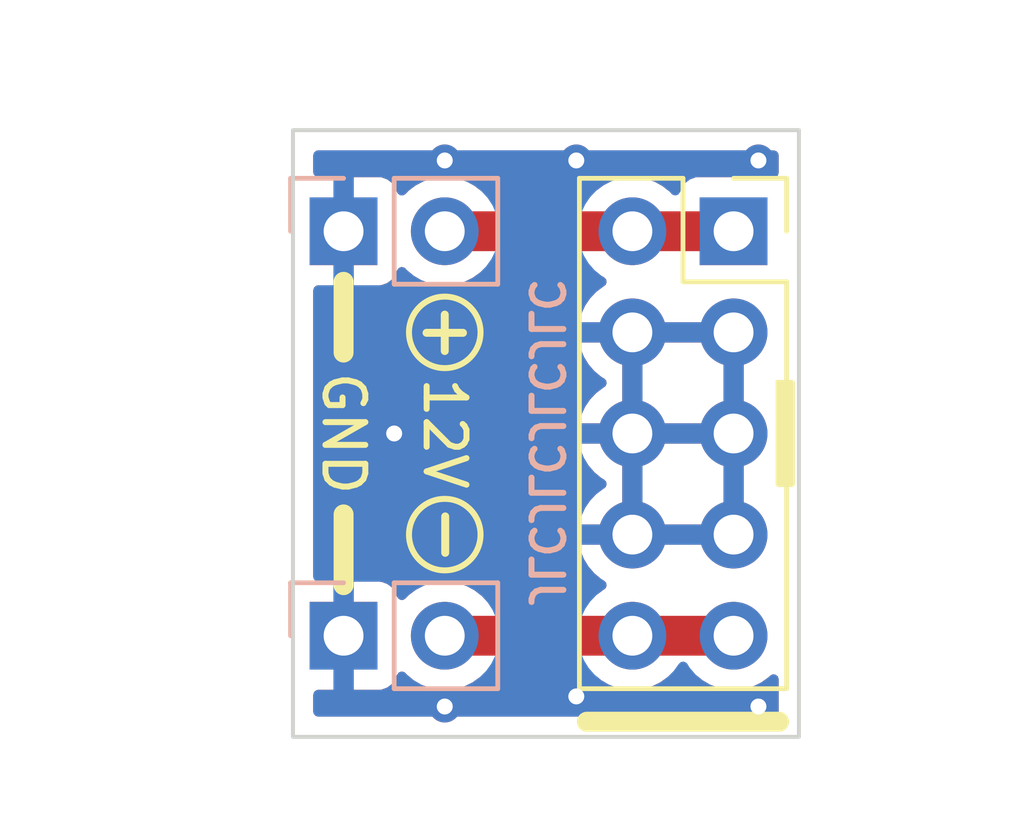
<source format=kicad_pcb>
(kicad_pcb (version 20221018) (generator pcbnew)
  (title_block (title "Eurorack power for Breadboard") (date "2022-01-24") (rev "B") (company "Akiyuki Okayasu"))
  (layers (0 "F.Cu" signal) (31 "B.Cu" signal) (34 "B.Paste" user) (35 "F.Paste" user) (36 "B.SilkS" user "B.Silkscreen") (37 "F.SilkS" user "F.Silkscreen") (38 "B.Mask" user) (39 "F.Mask" user) (44 "Edge.Cuts" user))
  (net 0 "")
  (net 1 "GND")
  (net 2 "+12V")
  (net 3 "-12V")
  (footprint "Connector_PinSocket_2.54mm:PinSocket_2x05_P2.54mm_Vertical" (layer "F.Cu") (at 120.28 99.06)
    (fp_text reference "J3" hide)
    (fp_text value "Conn_02x05_Odd_Even")
    (fp_line (start -3.87 -1.33) (end -3.87 11.49) (stroke (width 0.12)) (layer "F.SilkS"))
    (fp_line (start -3.87 -1.33) (end -1.27 -1.33) (stroke (width 0.12)) (layer "F.SilkS"))
    (fp_line (start -3.87 11.49) (end 1.33 11.49) (stroke (width 0.12)) (layer "F.SilkS"))
    (fp_line (start -1.27 -1.33) (end -1.27 1.27) (stroke (width 0.12)) (layer "F.SilkS"))
    (fp_line (start -1.27 1.27) (end 1.33 1.27) (stroke (width 0.12)) (layer "F.SilkS"))
    (fp_line (start 0 -1.33) (end 1.33 -1.33) (stroke (width 0.12)) (layer "F.SilkS"))
    (fp_line (start 1.33 -1.33) (end 1.33 0) (stroke (width 0.12)) (layer "F.SilkS"))
    (fp_line (start 1.33 1.27) (end 1.33 11.49) (stroke (width 0.12)) (layer "F.SilkS"))
    (pad "1" thru_hole rect (at 0 0) (size 1.7 1.7) (drill 1) (layers "*.Cu" "*.Mask") (net 2 "+12V"))
    (pad "2" thru_hole oval (at -2.54 0) (size 1.7 1.7) (drill 1) (layers "*.Cu" "*.Mask") (net 2 "+12V"))
    (pad "3" thru_hole oval (at 0 2.54) (size 1.7 1.7) (drill 1) (layers "*.Cu" "*.Mask") (net 1 "GND"))
    (pad "4" thru_hole oval (at -2.54 2.54) (size 1.7 1.7) (drill 1) (layers "*.Cu" "*.Mask") (net 1 "GND"))
    (pad "5" thru_hole oval (at 0 5.08) (size 1.7 1.7) (drill 1) (layers "*.Cu" "*.Mask") (net 1 "GND"))
    (pad "6" thru_hole oval (at -2.54 5.08) (size 1.7 1.7) (drill 1) (layers "*.Cu" "*.Mask") (net 1 "GND"))
    (pad "7" thru_hole oval (at 0 7.62) (size 1.7 1.7) (drill 1) (layers "*.Cu" "*.Mask") (net 1 "GND"))
    (pad "8" thru_hole oval (at -2.54 7.62) (size 1.7 1.7) (drill 1) (layers "*.Cu" "*.Mask") (net 1 "GND"))
    (pad "9" thru_hole oval (at 0 10.16) (size 1.7 1.7) (drill 1) (layers "*.Cu" "*.Mask") (net 3 "-12V"))
    (pad "10" thru_hole oval (at -2.54 10.16) (size 1.7 1.7) (drill 1) (layers "*.Cu" "*.Mask") (net 3 "-12V"))
  )
  (footprint "Connector_PinHeader_2.54mm:PinHeader_1x02_P2.54mm_Vertical" (layer "B.Cu") (at 110.49 109.22 -90)
    (fp_text reference "J2" hide)
    (fp_text value "Conn_01x02")
    (fp_line (start -1.33 -3.87) (end 1.33 -3.87) (stroke (width 0.12)) (layer "B.SilkS"))
    (fp_line (start -1.33 -1.27) (end -1.33 -3.87) (stroke (width 0.12)) (layer "B.SilkS"))
    (fp_line (start -1.33 -1.27) (end 1.33 -1.27) (stroke (width 0.12)) (layer "B.SilkS"))
    (fp_line (start -1.33 0) (end -1.33 1.33) (stroke (width 0.12)) (layer "B.SilkS"))
    (fp_line (start -1.33 1.33) (end 0 1.33) (stroke (width 0.12)) (layer "B.SilkS"))
    (fp_line (start 1.33 -1.27) (end 1.33 -3.87) (stroke (width 0.12)) (layer "B.SilkS"))
    (pad "1" thru_hole rect (at 0 0 270) (size 1.7 1.7) (drill 1) (layers "*.Cu" "*.Mask") (net 1 "GND"))
    (pad "2" thru_hole oval (at 0 -2.54 270) (size 1.7 1.7) (drill 1) (layers "*.Cu" "*.Mask") (net 3 "-12V"))
  )
  (footprint "Connector_PinHeader_2.54mm:PinHeader_1x02_P2.54mm_Vertical" (layer "B.Cu") (at 110.49 99.06 -90)
    (fp_text reference "J1" hide)
    (fp_text value "Conn_01x02")
    (fp_line (start -1.33 -3.87) (end 1.33 -3.87) (stroke (width 0.12)) (layer "B.SilkS"))
    (fp_line (start -1.33 -1.27) (end -1.33 -3.87) (stroke (width 0.12)) (layer "B.SilkS"))
    (fp_line (start -1.33 -1.27) (end 1.33 -1.27) (stroke (width 0.12)) (layer "B.SilkS"))
    (fp_line (start -1.33 0) (end -1.33 1.33) (stroke (width 0.12)) (layer "B.SilkS"))
    (fp_line (start -1.33 1.33) (end 0 1.33) (stroke (width 0.12)) (layer "B.SilkS"))
    (fp_line (start 1.33 -1.27) (end 1.33 -3.87) (stroke (width 0.12)) (layer "B.SilkS"))
    (pad "1" thru_hole rect (at 0 0 270) (size 1.7 1.7) (drill 1) (layers "*.Cu" "*.Mask") (net 1 "GND"))
    (pad "2" thru_hole oval (at 0 -2.54 270) (size 1.7 1.7) (drill 1) (layers "*.Cu" "*.Mask") (net 2 "+12V"))
  )
  (gr_line (start 116.597 111.379) (end 121.423 111.379) (stroke (width 0.5)) (layer "F.SilkS"))
  (gr_line (start 110.49 100.33) (end 110.49 102.108) (stroke (width 0.5)) (layer "F.SilkS"))
  (gr_circle (center 113.03 101.6) (end 113.665 102.235) (stroke (width 0.15)) (fill none) (layer "F.SilkS"))
  (gr_circle (center 113.03 106.68) (end 113.665 107.315) (stroke (width 0.15)) (fill none) (layer "F.SilkS"))
  (gr_line (start 110.49 106.172) (end 110.49 107.95) (stroke (width 0.5)) (layer "F.SilkS"))
  (gr_rect (start 121.412 102.87) (end 121.744 105.41) (stroke (width 0.15)) (fill solid) (layer "F.SilkS"))
  (gr_rect (start 109.22 96.52) (end 121.92 111.76) (stroke (width 0.1)) (fill none) (layer "Edge.Cuts"))
  (gr_text "JLCJLCJLCJLC" (at 115.57 108.585 270) (layer "B.SilkS") (effects (font (size 0.8 0.8)) (justify left mirror)))
  (gr_text "+" (at 113.03 101.5238) (layer "F.SilkS") (effects (font (size 1.2 1.2) (thickness 0.2))))
  (gr_text "12V" (at 113.03 104.14 270) (layer "F.SilkS") (effects (font (size 1 1))))
  (gr_text "-" (at 112.9538 106.68 90) (layer "F.SilkS") (effects (font (size 1.2 1.2) (thickness 0.2))))
  (gr_text "GND" (at 110.49 104.14 270) (layer "F.SilkS") (effects (font (size 1 1))))
  (via (at 116.332 97.282) (size 0.8) (drill 0.4) (layers "F.Cu" "B.Cu") (net 1))
  (via (at 113.03 110.998) (size 0.8) (drill 0.4) (layers "F.Cu" "B.Cu") (net 1))
  (via (at 111.76 104.14) (size 0.8) (drill 0.4) (layers "F.Cu" "B.Cu") (net 1))
  (via (at 113.03 97.282) (size 0.8) (drill 0.4) (layers "F.Cu" "B.Cu") (net 1))
  (via (at 120.904 97.282) (size 0.8) (drill 0.4) (layers "F.Cu" "B.Cu") (net 1))
  (via (at 120.904 110.998) (size 0.8) (drill 0.4) (layers "F.Cu" "B.Cu") (net 1))
  (via (at 116.332 110.744) (size 0.8) (drill 0.4) (layers "F.Cu" "B.Cu") (net 1))
  (segment (start 113.03 99.06) (end 117.74 99.06) (width 1) (layer "F.Cu") (net 2))
  (segment (start 117.74 99.06) (end 120.28 99.06) (width 1) (layer "F.Cu") (net 2))
  (segment (start 113.03 109.22) (end 117.74 109.22) (width 1) (layer "F.Cu") (net 3))
  (segment (start 117.74 109.22) (end 120.28 109.22) (width 1) (layer "F.Cu") (net 3))
  (zone (net 1) (net_name "GND") (layers "F&B.Cu") (connect_pads (clearance 0.508)) (min_thickness 0.254) (fill yes (thermal_gap 0.508) (thermal_bridge_width 0.508))
    (polygon (pts (xy 121.92 111.76) (xy 109.22 111.76) (xy 109.22 96.52) (xy 121.92 96.52)))
  )
)
</source>
